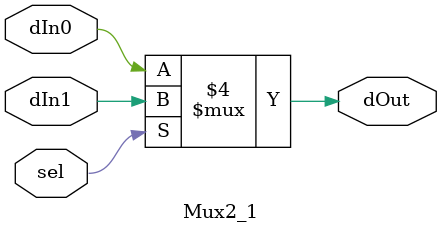
<source format=v>


// Author(s)      : Luke Canny
// Organisation   : University of Galway
// Email          : l.canny3@universityofgalway.ie
// Date           : 24/09/2024

// Description
// 2-bit input, 1-bit output multiplexer

// Entity signal dictionary
// dIn0   : datapath 0
// dIn1   : datapath 1
// sel    : selector
// dOut   : datapath out

// Internal signal dictionary
// None

// Title Section End

// Module declaration
module Mux2_1(
		dIn0,
		dIn1,
		sel,
		dOut
	);

	// Port definitions
	input  dIn0;
	input  dIn1;
	input  sel;
	output dOut;

    reg  dOut;

    // Internal signal declarations
    // None

    always @(sel or dIn0 or dIn1)
    begin : asgnOutput_p
    	dOut = dIn0; // Default assignment
    	if (sel == 1'b1) // if sel == 1'b1 then
    		dOut = dIn1; // dOut <= dIn1
    end

endmodule

</source>
